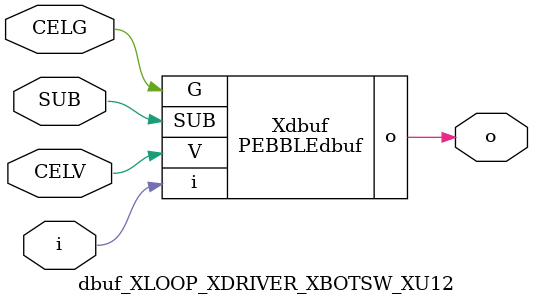
<source format=v>



module PEBBLEdbuf ( o, G, SUB, V, i );

  input V;
  input i;
  input G;
  output o;
  input SUB;
endmodule

//Celera Confidential Do Not Copy dbuf_XLOOP_XDRIVER_XBOTSW_XU12
//Celera Confidential Symbol Generator
//Digital Buffer
module dbuf_XLOOP_XDRIVER_XBOTSW_XU12 (CELV,CELG,i,o,SUB);
input CELV;
input CELG;
input i;
input SUB;
output o;

//Celera Confidential Do Not Copy dbuf
PEBBLEdbuf Xdbuf(
.V (CELV),
.i (i),
.o (o),
.SUB (SUB),
.G (CELG)
);
//,diesize,PEBBLEdbuf

//Celera Confidential Do Not Copy Module End
//Celera Schematic Generator
endmodule

</source>
